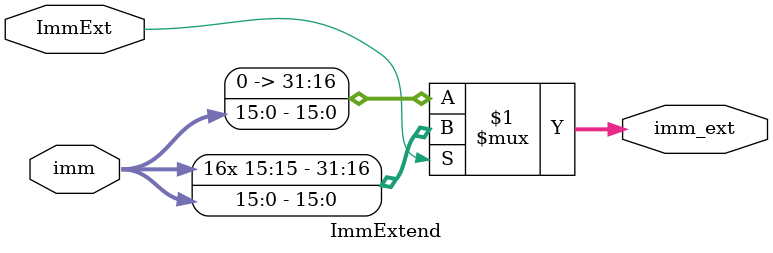
<source format=v>
module ImmExtend(imm, ImmExt, imm_ext);
    input [15:0] imm;
    input ImmExt;
    output [31:0] imm_ext;

    assign imm_ext = ImmExt?{{16{imm[15]}},imm}:{16'b0,imm};

endmodule

</source>
